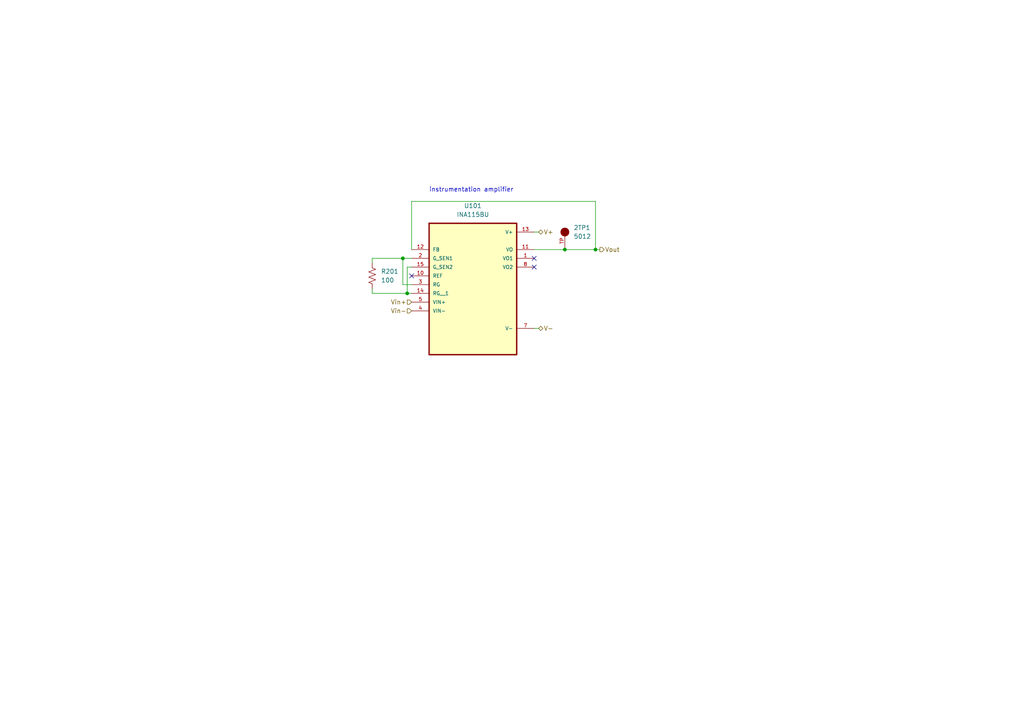
<source format=kicad_sch>
(kicad_sch (version 20230121) (generator eeschema)

  (uuid 3dfc8273-001e-4f41-afee-89c0449e012a)

  (paper "A4")

  (lib_symbols
    (symbol "Device:R_US" (pin_numbers hide) (pin_names (offset 0)) (in_bom yes) (on_board yes)
      (property "Reference" "R" (at 2.54 0 90)
        (effects (font (size 1.27 1.27)))
      )
      (property "Value" "R_US" (at -2.54 0 90)
        (effects (font (size 1.27 1.27)))
      )
      (property "Footprint" "" (at 1.016 -0.254 90)
        (effects (font (size 1.27 1.27)) hide)
      )
      (property "Datasheet" "~" (at 0 0 0)
        (effects (font (size 1.27 1.27)) hide)
      )
      (property "ki_keywords" "R res resistor" (at 0 0 0)
        (effects (font (size 1.27 1.27)) hide)
      )
      (property "ki_description" "Resistor, US symbol" (at 0 0 0)
        (effects (font (size 1.27 1.27)) hide)
      )
      (property "ki_fp_filters" "R_*" (at 0 0 0)
        (effects (font (size 1.27 1.27)) hide)
      )
      (symbol "R_US_0_1"
        (polyline
          (pts
            (xy 0 -2.286)
            (xy 0 -2.54)
          )
          (stroke (width 0) (type default))
          (fill (type none))
        )
        (polyline
          (pts
            (xy 0 2.286)
            (xy 0 2.54)
          )
          (stroke (width 0) (type default))
          (fill (type none))
        )
        (polyline
          (pts
            (xy 0 -0.762)
            (xy 1.016 -1.143)
            (xy 0 -1.524)
            (xy -1.016 -1.905)
            (xy 0 -2.286)
          )
          (stroke (width 0) (type default))
          (fill (type none))
        )
        (polyline
          (pts
            (xy 0 0.762)
            (xy 1.016 0.381)
            (xy 0 0)
            (xy -1.016 -0.381)
            (xy 0 -0.762)
          )
          (stroke (width 0) (type default))
          (fill (type none))
        )
        (polyline
          (pts
            (xy 0 2.286)
            (xy 1.016 1.905)
            (xy 0 1.524)
            (xy -1.016 1.143)
            (xy 0 0.762)
          )
          (stroke (width 0) (type default))
          (fill (type none))
        )
      )
      (symbol "R_US_1_1"
        (pin passive line (at 0 3.81 270) (length 1.27)
          (name "~" (effects (font (size 1.27 1.27))))
          (number "1" (effects (font (size 1.27 1.27))))
        )
        (pin passive line (at 0 -3.81 90) (length 1.27)
          (name "~" (effects (font (size 1.27 1.27))))
          (number "2" (effects (font (size 1.27 1.27))))
        )
      )
    )
    (symbol "Digikey:INA115BU" (pin_names (offset 1.016)) (in_bom yes) (on_board yes)
      (property "Reference" "U" (at -12.7 18.78 0)
        (effects (font (size 1.27 1.27)) (justify left bottom))
      )
      (property "Value" "INA115BU" (at -12.7 -24.32 0)
        (effects (font (size 1.27 1.27)) (justify left bottom))
      )
      (property "Footprint" "INA115BU:SOIC127P1030X265-16N" (at 0 0 0)
        (effects (font (size 1.27 1.27)) (justify bottom) hide)
      )
      (property "Datasheet" "" (at 0 0 0)
        (effects (font (size 1.27 1.27)) hide)
      )
      (symbol "INA115BU_0_0"
        (rectangle (start -12.7 -20.32) (end 12.7 17.78)
          (stroke (width 0.41) (type default))
          (fill (type background))
        )
        (pin output line (at 17.78 7.62 180) (length 5.08)
          (name "VO1" (effects (font (size 1.016 1.016))))
          (number "1" (effects (font (size 1.016 1.016))))
        )
        (pin input line (at -17.78 2.54 0) (length 5.08)
          (name "REF" (effects (font (size 1.016 1.016))))
          (number "10" (effects (font (size 1.016 1.016))))
        )
        (pin output line (at 17.78 10.16 180) (length 5.08)
          (name "VO" (effects (font (size 1.016 1.016))))
          (number "11" (effects (font (size 1.016 1.016))))
        )
        (pin input line (at -17.78 10.16 0) (length 5.08)
          (name "FB" (effects (font (size 1.016 1.016))))
          (number "12" (effects (font (size 1.016 1.016))))
        )
        (pin power_in line (at 17.78 15.24 180) (length 5.08)
          (name "V+" (effects (font (size 1.016 1.016))))
          (number "13" (effects (font (size 1.016 1.016))))
        )
        (pin input line (at -17.78 -2.54 0) (length 5.08)
          (name "RG__1" (effects (font (size 1.016 1.016))))
          (number "14" (effects (font (size 1.016 1.016))))
        )
        (pin input line (at -17.78 5.08 0) (length 5.08)
          (name "G_SEN2" (effects (font (size 1.016 1.016))))
          (number "15" (effects (font (size 1.016 1.016))))
        )
        (pin input line (at -17.78 7.62 0) (length 5.08)
          (name "G_SEN1" (effects (font (size 1.016 1.016))))
          (number "2" (effects (font (size 1.016 1.016))))
        )
        (pin input line (at -17.78 0 0) (length 5.08)
          (name "RG" (effects (font (size 1.016 1.016))))
          (number "3" (effects (font (size 1.016 1.016))))
        )
        (pin input line (at -17.78 -7.62 0) (length 5.08)
          (name "VIN-" (effects (font (size 1.016 1.016))))
          (number "4" (effects (font (size 1.016 1.016))))
        )
        (pin input line (at -17.78 -5.08 0) (length 5.08)
          (name "VIN+" (effects (font (size 1.016 1.016))))
          (number "5" (effects (font (size 1.016 1.016))))
        )
        (pin power_in line (at 17.78 -12.7 180) (length 5.08)
          (name "V-" (effects (font (size 1.016 1.016))))
          (number "7" (effects (font (size 1.016 1.016))))
        )
        (pin output line (at 17.78 5.08 180) (length 5.08)
          (name "VO2" (effects (font (size 1.016 1.016))))
          (number "8" (effects (font (size 1.016 1.016))))
        )
      )
    )
    (symbol "TP_5012:5012" (pin_names (offset 1.016)) (in_bom yes) (on_board yes)
      (property "Reference" "TP" (at -2.5444 2.5415 0)
        (effects (font (size 1.27 1.27)) (justify left bottom))
      )
      (property "Value" "5012" (at -2.55 -5.0866 0)
        (effects (font (size 1.27 1.27)) (justify left bottom))
      )
      (property "Footprint" "5012:TP_5012" (at 0 0 0)
        (effects (font (size 1.27 1.27)) (justify bottom) hide)
      )
      (property "Datasheet" "" (at 0 0 0)
        (effects (font (size 1.27 1.27)) hide)
      )
      (property "PARTREV" "F" (at 0 0 0)
        (effects (font (size 1.27 1.27)) (justify bottom) hide)
      )
      (property "SNAPEDA_PN" "5010" (at 0 0 0)
        (effects (font (size 1.27 1.27)) (justify bottom) hide)
      )
      (property "MANUFACTURER" "Keystone Electronics" (at 0 0 0)
        (effects (font (size 1.27 1.27)) (justify bottom) hide)
      )
      (property "MAXIMUM_PACKAGE_HEIGHT" "8.13 mm" (at 0 0 0)
        (effects (font (size 1.27 1.27)) (justify bottom) hide)
      )
      (property "STANDARD" "Manufacturer Recommendations" (at 0 0 0)
        (effects (font (size 1.27 1.27)) (justify bottom) hide)
      )
      (symbol "5012_0_0"
        (circle (center 0 0) (radius 0.635)
          (stroke (width 1.27) (type default))
          (fill (type none))
        )
        (pin passive line (at -5.08 0 0) (length 5.08)
          (name "~" (effects (font (size 1.016 1.016))))
          (number "TP" (effects (font (size 1.016 1.016))))
        )
      )
    )
  )

  (junction (at 116.84 74.93) (diameter 0) (color 0 0 0 0)
    (uuid 46cf6fdf-aa77-432a-b266-7645fa844642)
  )
  (junction (at 118.11 85.09) (diameter 0) (color 0 0 0 0)
    (uuid 8f4183dc-c7d7-4185-8ca1-7b1afdcf552b)
  )
  (junction (at 172.72 72.39) (diameter 0) (color 0 0 0 0)
    (uuid a2741de4-9d32-49ba-a1fb-8470c5f42441)
  )
  (junction (at 163.83 72.39) (diameter 0) (color 0 0 0 0)
    (uuid bdd2d2cc-e1bb-41bc-8448-5775f862fa40)
  )

  (no_connect (at 154.94 77.47) (uuid 2e36dc8e-3da8-4435-acff-19f76bee5c27))
  (no_connect (at 119.38 80.01) (uuid 5abc37a0-aba1-4388-9b76-c48d50f76cee))
  (no_connect (at 154.94 74.93) (uuid f1ecca09-2f50-40fb-9713-b9b1b98a277d))

  (wire (pts (xy 154.94 72.39) (xy 163.83 72.39))
    (stroke (width 0) (type default))
    (uuid 0dcbce65-6981-46e8-a572-f3c8c957e77c)
  )
  (wire (pts (xy 118.11 85.09) (xy 119.38 85.09))
    (stroke (width 0) (type default))
    (uuid 34dea8fb-d33c-4367-a2db-f35554349b22)
  )
  (wire (pts (xy 119.38 82.55) (xy 116.84 82.55))
    (stroke (width 0) (type default))
    (uuid 517f6a26-4b38-4351-a625-0107b430d669)
  )
  (wire (pts (xy 118.11 77.47) (xy 118.11 85.09))
    (stroke (width 0) (type default))
    (uuid 5b42f438-8c4e-4d0c-bb49-7eb4b403aeb5)
  )
  (wire (pts (xy 107.95 83.82) (xy 107.95 85.09))
    (stroke (width 0) (type default))
    (uuid 6b8263e9-09ef-48b6-8682-96f8a1b4e192)
  )
  (wire (pts (xy 172.72 72.39) (xy 173.99 72.39))
    (stroke (width 0) (type default))
    (uuid 7cfc28db-ef2f-40be-b08a-d3570c4b3698)
  )
  (wire (pts (xy 107.95 74.93) (xy 116.84 74.93))
    (stroke (width 0) (type default))
    (uuid 9c0b5bf3-93c7-4255-a6a9-ea05ccbe1267)
  )
  (wire (pts (xy 119.38 77.47) (xy 118.11 77.47))
    (stroke (width 0) (type default))
    (uuid a2890ea6-3891-4180-839d-29d1ae55692e)
  )
  (wire (pts (xy 154.94 67.31) (xy 156.21 67.31))
    (stroke (width 0) (type default))
    (uuid a460f9de-05fe-4969-95be-e9c27420f45d)
  )
  (wire (pts (xy 107.95 85.09) (xy 118.11 85.09))
    (stroke (width 0) (type default))
    (uuid b3a838fa-a885-4192-aeb0-f3cfd57aa865)
  )
  (wire (pts (xy 154.94 95.25) (xy 156.21 95.25))
    (stroke (width 0) (type default))
    (uuid b9f552d7-6b02-4a64-82fa-21b5a5c782a2)
  )
  (wire (pts (xy 163.83 72.39) (xy 172.72 72.39))
    (stroke (width 0) (type default))
    (uuid c4909671-be84-43a0-ac99-6dc85c6c958f)
  )
  (wire (pts (xy 172.72 58.42) (xy 172.72 72.39))
    (stroke (width 0) (type default))
    (uuid c9dfd127-2c5a-4d54-8768-da90fa7c4bde)
  )
  (wire (pts (xy 119.38 58.42) (xy 119.38 72.39))
    (stroke (width 0) (type default))
    (uuid d02f9eca-bc34-47b1-bd4e-0c7a31fe856b)
  )
  (wire (pts (xy 116.84 74.93) (xy 119.38 74.93))
    (stroke (width 0) (type default))
    (uuid d77fdb41-dd8f-412b-b9ea-5e815335fded)
  )
  (wire (pts (xy 119.38 58.42) (xy 172.72 58.42))
    (stroke (width 0) (type default))
    (uuid df127ebc-3c48-4092-aa9a-07776bb7fc87)
  )
  (wire (pts (xy 116.84 82.55) (xy 116.84 74.93))
    (stroke (width 0) (type default))
    (uuid e44444ac-049a-4478-bcb4-c26b8460effc)
  )
  (wire (pts (xy 107.95 74.93) (xy 107.95 76.2))
    (stroke (width 0) (type default))
    (uuid fb8c54b7-44e1-457c-9cd6-9649c2405ea0)
  )

  (text "instrumentation amplifier" (at 124.46 55.88 0)
    (effects (font (size 1.27 1.27)) (justify left bottom))
    (uuid 6e9ac61e-7e83-43cc-95b5-cfdc1a479cb5)
  )

  (hierarchical_label "V-" (shape bidirectional) (at 156.21 95.25 0) (fields_autoplaced)
    (effects (font (size 1.27 1.27)) (justify left))
    (uuid 14f8e149-7745-45e5-b9e6-bdd7194f5537)
  )
  (hierarchical_label "V+" (shape bidirectional) (at 156.21 67.31 0) (fields_autoplaced)
    (effects (font (size 1.27 1.27)) (justify left))
    (uuid 3a2667fd-0281-4aae-9387-9ec49ab0b8cc)
  )
  (hierarchical_label "Vout" (shape output) (at 173.99 72.39 0) (fields_autoplaced)
    (effects (font (size 1.27 1.27)) (justify left))
    (uuid 3f292026-30f8-4b26-9fa7-29638f613f99)
  )
  (hierarchical_label "Vin+" (shape input) (at 119.38 87.63 180) (fields_autoplaced)
    (effects (font (size 1.27 1.27)) (justify right))
    (uuid f8c215bd-38bf-48a5-8938-cb9bcdd01f93)
  )
  (hierarchical_label "Vin-" (shape input) (at 119.38 90.17 180) (fields_autoplaced)
    (effects (font (size 1.27 1.27)) (justify right))
    (uuid ffbf3103-5889-44ad-b8bd-8907a3b4006e)
  )

  (symbol (lib_id "Device:R_US") (at 107.95 80.01 0) (unit 1)
    (in_bom yes) (on_board yes) (dnp no) (fields_autoplaced)
    (uuid 49ad16ad-12de-455c-8c01-d16aa22441a1)
    (property "Reference" "R201" (at 110.49 78.74 0)
      (effects (font (size 1.27 1.27)) (justify left))
    )
    (property "Value" "100" (at 110.49 81.28 0)
      (effects (font (size 1.27 1.27)) (justify left))
    )
    (property "Footprint" "Resistor_SMD:R_0603_1608Metric_Pad0.98x0.95mm_HandSolder" (at 108.966 80.264 90)
      (effects (font (size 1.27 1.27)) hide)
    )
    (property "Datasheet" "~" (at 107.95 80.01 0)
      (effects (font (size 1.27 1.27)) hide)
    )
    (property "LCSC" "C705888" (at 107.95 80.01 0)
      (effects (font (size 1.27 1.27)) hide)
    )
    (pin "2" (uuid 76e0a815-ae05-4491-94a2-20fd971f34f0))
    (pin "1" (uuid d9937803-69dc-45df-aa72-5abe06a65a18))
    (instances
      (project "TR_EMG"
        (path "/c6167f6f-8a8c-40a1-9c06-7f0e8ea44639/e619882c-69e2-4357-9513-12f0ec23e799/bcbf3922-6d95-4131-9e90-9856243d7ce3"
          (reference "R201") (unit 1)
        )
        (path "/c6167f6f-8a8c-40a1-9c06-7f0e8ea44639/a0268632-eb9a-430e-97ab-e20adbf6cd41/bcbf3922-6d95-4131-9e90-9856243d7ce3"
          (reference "R101") (unit 1)
        )
        (path "/c6167f6f-8a8c-40a1-9c06-7f0e8ea44639/1e802adc-784c-4bfc-ac56-2ca34eafc640/bcbf3922-6d95-4131-9e90-9856243d7ce3"
          (reference "R301") (unit 1)
        )
        (path "/c6167f6f-8a8c-40a1-9c06-7f0e8ea44639/fca8234f-eea0-4615-81d1-2ac2d4337d1e/bcbf3922-6d95-4131-9e90-9856243d7ce3"
          (reference "R401") (unit 1)
        )
      )
    )
  )

  (symbol (lib_id "TP_5012:5012") (at 163.83 67.31 90) (unit 1)
    (in_bom yes) (on_board yes) (dnp no) (fields_autoplaced)
    (uuid 5bca5998-28d8-4c47-ac12-2899d54247e1)
    (property "Reference" "2TP1" (at 166.37 66.04 90)
      (effects (font (size 1.27 1.27)) (justify right))
    )
    (property "Value" "5012" (at 166.37 68.58 90)
      (effects (font (size 1.27 1.27)) (justify right))
    )
    (property "Footprint" "footprints:TP_5012" (at 163.83 67.31 0)
      (effects (font (size 1.27 1.27)) (justify bottom) hide)
    )
    (property "Datasheet" "" (at 163.83 67.31 0)
      (effects (font (size 1.27 1.27)) hide)
    )
    (property "PARTREV" "F" (at 163.83 67.31 0)
      (effects (font (size 1.27 1.27)) (justify bottom) hide)
    )
    (property "SNAPEDA_PN" "5010" (at 163.83 67.31 0)
      (effects (font (size 1.27 1.27)) (justify bottom) hide)
    )
    (property "MANUFACTURER" "Keystone Electronics" (at 163.83 67.31 0)
      (effects (font (size 1.27 1.27)) (justify bottom) hide)
    )
    (property "MAXIMUM_PACKAGE_HEIGHT" "8.13 mm" (at 163.83 67.31 0)
      (effects (font (size 1.27 1.27)) (justify bottom) hide)
    )
    (property "STANDARD" "Manufacturer Recommendations" (at 163.83 67.31 0)
      (effects (font (size 1.27 1.27)) (justify bottom) hide)
    )
    (property "LCSC" "C238122" (at 163.83 67.31 0)
      (effects (font (size 1.27 1.27)) hide)
    )
    (pin "TP" (uuid 0aeb4460-8b6e-417c-af5b-bc9cd2ac4d4f))
    (instances
      (project "TR_EMG"
        (path "/c6167f6f-8a8c-40a1-9c06-7f0e8ea44639/e619882c-69e2-4357-9513-12f0ec23e799/bcbf3922-6d95-4131-9e90-9856243d7ce3"
          (reference "2TP1") (unit 1)
        )
        (path "/c6167f6f-8a8c-40a1-9c06-7f0e8ea44639/a0268632-eb9a-430e-97ab-e20adbf6cd41/bcbf3922-6d95-4131-9e90-9856243d7ce3"
          (reference "1TP1") (unit 1)
        )
        (path "/c6167f6f-8a8c-40a1-9c06-7f0e8ea44639/1e802adc-784c-4bfc-ac56-2ca34eafc640/bcbf3922-6d95-4131-9e90-9856243d7ce3"
          (reference "3TP1") (unit 1)
        )
        (path "/c6167f6f-8a8c-40a1-9c06-7f0e8ea44639/fca8234f-eea0-4615-81d1-2ac2d4337d1e/bcbf3922-6d95-4131-9e90-9856243d7ce3"
          (reference "4TP1") (unit 1)
        )
      )
    )
  )

  (symbol (lib_id "Digikey:INA115BU") (at 137.16 82.55 0) (unit 1)
    (in_bom yes) (on_board yes) (dnp no) (fields_autoplaced)
    (uuid db8c690e-8ddb-42d2-829a-b6815516a207)
    (property "Reference" "U101" (at 137.16 59.69 0)
      (effects (font (size 1.27 1.27)))
    )
    (property "Value" "INA115BU" (at 137.16 62.23 0)
      (effects (font (size 1.27 1.27)))
    )
    (property "Footprint" "footprints:INA-SOIC127P1030X265-16N" (at 137.16 82.55 0)
      (effects (font (size 1.27 1.27)) (justify bottom) hide)
    )
    (property "Datasheet" "" (at 137.16 82.55 0)
      (effects (font (size 1.27 1.27)) hide)
    )
    (property "LCSC" "" (at 137.16 82.55 0)
      (effects (font (size 1.27 1.27)) hide)
    )
    (pin "8" (uuid a437d415-6480-47ca-846f-dbef2d8beb23))
    (pin "7" (uuid 664a2bf4-10d3-4e66-9029-638813a11148))
    (pin "2" (uuid 640cf039-4234-410d-a644-5bf5136934ba))
    (pin "10" (uuid d6e06688-a96f-4fbf-b882-d5239ca49800))
    (pin "15" (uuid 01e2e784-febf-4b04-81f8-88b88e6f9582))
    (pin "3" (uuid ec45b809-431e-4806-975c-31d662127e3a))
    (pin "14" (uuid 45049709-704e-4737-9b96-327799177255))
    (pin "11" (uuid a6a78f71-8a70-46c3-8fe9-768a6e3f490d))
    (pin "5" (uuid 4081403d-9af7-4b1a-a9ae-119a43480b0b))
    (pin "12" (uuid b7a3adc3-cf05-416a-8bdf-b562d6654d97))
    (pin "13" (uuid b31d33d4-5bee-4bf6-be35-3b91b8c82bd2))
    (pin "4" (uuid b2cc2cf4-1e83-4f33-bf2f-d0da6c53a183))
    (pin "1" (uuid 1d169693-bfcf-49ae-9f28-70dfcb74a0b9))
    (instances
      (project "TR_EMG"
        (path "/c6167f6f-8a8c-40a1-9c06-7f0e8ea44639/a0268632-eb9a-430e-97ab-e20adbf6cd41/bcbf3922-6d95-4131-9e90-9856243d7ce3"
          (reference "U101") (unit 1)
        )
        (path "/c6167f6f-8a8c-40a1-9c06-7f0e8ea44639/fca8234f-eea0-4615-81d1-2ac2d4337d1e/bcbf3922-6d95-4131-9e90-9856243d7ce3"
          (reference "U401") (unit 1)
        )
        (path "/c6167f6f-8a8c-40a1-9c06-7f0e8ea44639/1e802adc-784c-4bfc-ac56-2ca34eafc640/bcbf3922-6d95-4131-9e90-9856243d7ce3"
          (reference "U301") (unit 1)
        )
        (path "/c6167f6f-8a8c-40a1-9c06-7f0e8ea44639/e619882c-69e2-4357-9513-12f0ec23e799/bcbf3922-6d95-4131-9e90-9856243d7ce3"
          (reference "U201") (unit 1)
        )
      )
    )
  )
)

</source>
